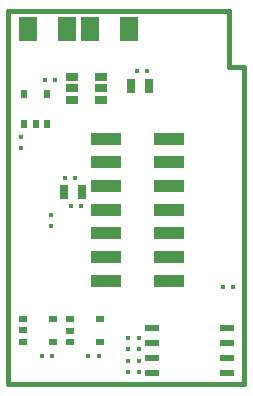
<source format=gbp>
G04 (created by PCBNEW-RS274X (2010-08-11 BZR 2448)-unstable) date Thu 16 Jun 2011 10:10:32 CST*
G01*
G70*
G90*
%MOIN*%
G04 Gerber Fmt 3.4, Leading zero omitted, Abs format*
%FSLAX34Y34*%
G04 APERTURE LIST*
%ADD10C,0.001000*%
%ADD11C,0.015000*%
%ADD12R,0.018100X0.018100*%
%ADD13R,0.025000X0.045000*%
%ADD14R,0.060000X0.080000*%
%ADD15R,0.045000X0.020000*%
%ADD16R,0.030000X0.020000*%
%ADD17R,0.020000X0.030000*%
%ADD18R,0.039400X0.027600*%
%ADD19R,0.098400X0.039400*%
G04 APERTURE END LIST*
G54D10*
G54D11*
X47244Y-51811D02*
X39370Y-51811D01*
X47244Y-41220D02*
X47244Y-41220D01*
X46732Y-41221D02*
X47244Y-41221D01*
X46732Y-39370D02*
X46732Y-41220D01*
X39370Y-51811D02*
X39370Y-39370D01*
X47244Y-41220D02*
X47244Y-51811D01*
X39370Y-39370D02*
X46732Y-39370D01*
G54D12*
X43370Y-50640D03*
X43720Y-50640D03*
X46520Y-48580D03*
X46870Y-48580D03*
X43720Y-50260D03*
X43370Y-50260D03*
X40810Y-46180D03*
X40810Y-46530D03*
X41250Y-44940D03*
X41600Y-44940D03*
X43720Y-51020D03*
X43370Y-51020D03*
X43720Y-51410D03*
X43370Y-51410D03*
X42390Y-50880D03*
X42040Y-50880D03*
X40840Y-50880D03*
X40490Y-50880D03*
X40580Y-41680D03*
X40930Y-41680D03*
X39800Y-43920D03*
X39800Y-43570D03*
G54D13*
X43475Y-41875D03*
X44075Y-41875D03*
X41820Y-45400D03*
X41220Y-45400D03*
G54D14*
X42086Y-39961D03*
X43386Y-39961D03*
G54D15*
X46670Y-51420D03*
X46670Y-50920D03*
X46670Y-50420D03*
X46670Y-49920D03*
X44170Y-49920D03*
X44170Y-50420D03*
X44170Y-50920D03*
X44170Y-51420D03*
G54D16*
X41430Y-50395D03*
X41430Y-49645D03*
X42430Y-50395D03*
X41430Y-50020D03*
X42430Y-49645D03*
G54D17*
X40655Y-43120D03*
X39905Y-43120D03*
X40655Y-42120D03*
X40280Y-43120D03*
X39905Y-42120D03*
G54D16*
X39860Y-50385D03*
X39860Y-49635D03*
X40860Y-50385D03*
X39860Y-50010D03*
X40860Y-49635D03*
G54D18*
X41510Y-42320D03*
X41510Y-41945D03*
X41510Y-41572D03*
X42454Y-41570D03*
X42454Y-41948D03*
X42454Y-42320D03*
G54D12*
X43650Y-41375D03*
X44000Y-41375D03*
X41810Y-45870D03*
X41460Y-45870D03*
G54D19*
X44729Y-43630D03*
X42642Y-43630D03*
X44729Y-44417D03*
X42642Y-44417D03*
X44729Y-45205D03*
X42642Y-45205D03*
X44729Y-45992D03*
X42642Y-45992D03*
X44729Y-46780D03*
X42642Y-46780D03*
X44729Y-47567D03*
X42642Y-47567D03*
X44729Y-48354D03*
X42642Y-48354D03*
G54D14*
X40019Y-39961D03*
X41319Y-39961D03*
M02*

</source>
